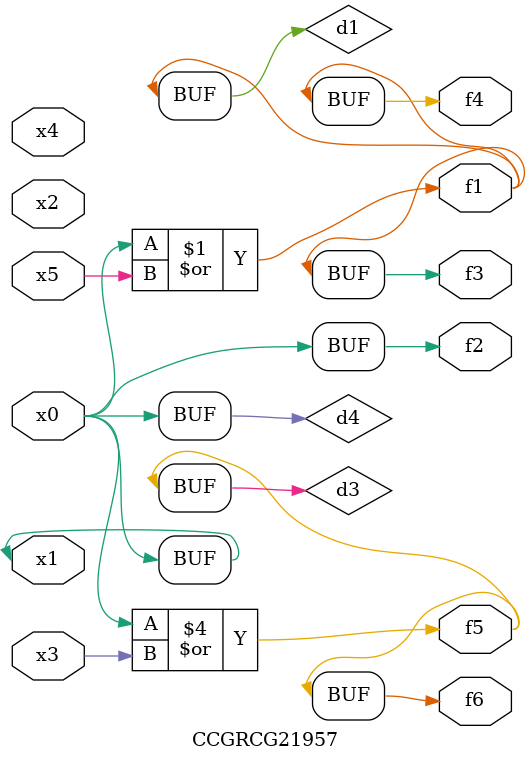
<source format=v>
module CCGRCG21957(
	input x0, x1, x2, x3, x4, x5,
	output f1, f2, f3, f4, f5, f6
);

	wire d1, d2, d3, d4;

	or (d1, x0, x5);
	xnor (d2, x1, x4);
	or (d3, x0, x3);
	buf (d4, x0, x1);
	assign f1 = d1;
	assign f2 = d4;
	assign f3 = d1;
	assign f4 = d1;
	assign f5 = d3;
	assign f6 = d3;
endmodule

</source>
